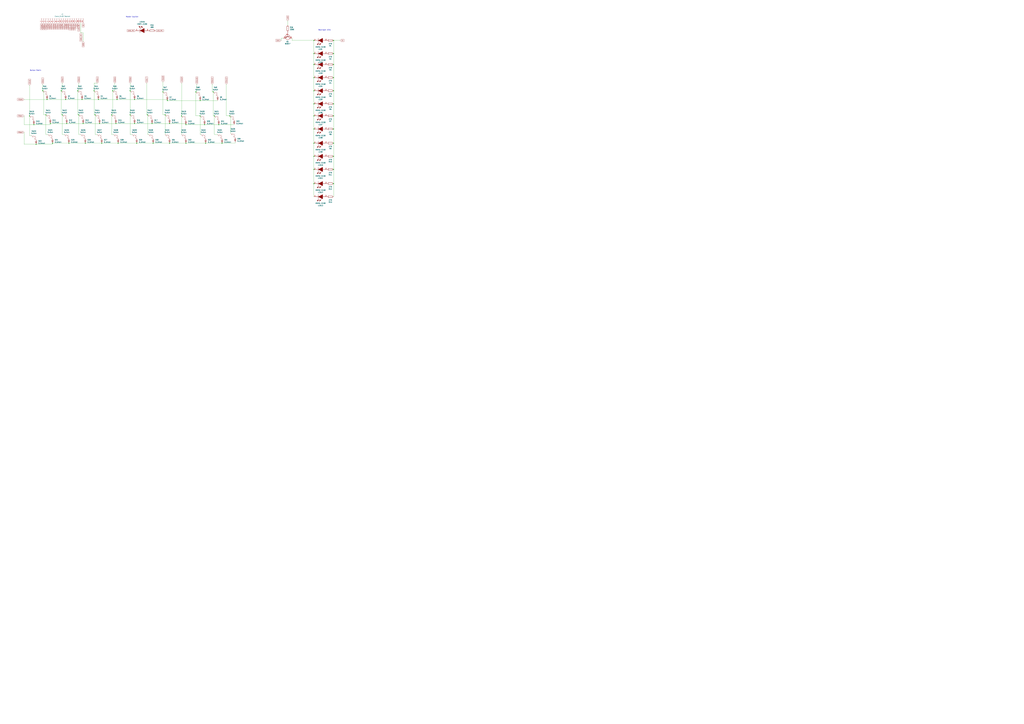
<source format=kicad_sch>
(kicad_sch (version 20231120) (generator "eeschema") (generator_version "8.0")
  (paper "A0")
  (junction (at 364.49 149.86))
  (junction (at 49.53 105.41))
  (junction (at 387.35 46.99))
  (junction (at 387.35 181.61))
  (junction (at 387.35 105.41))
  (junction (at 387.35 134.62))
  (junction (at 177.8 166.37))
  (junction (at 232.41 116.84))
  (junction (at 34.29 134.62))
  (junction (at 210.82 134.62))
  (junction (at 95.25 115.57))
  (junction (at 72.39 133.35))
  (junction (at 248.92 134.62))
  (junction (at 137.16 166.37))
  (junction (at 257.81 166.37))
  (junction (at 96.52 143.51))
  (junction (at 232.41 134.62))
  (junction (at 364.49 46.99))
  (junction (at 387.35 62.23))
  (junction (at 60.96 166.37))
  (junction (at 58.42 143.51))
  (junction (at 387.35 149.86))
  (junction (at 364.49 120.65))
  (junction (at 364.49 134.62))
  (junction (at 364.49 196.85))
  (junction (at 215.9 166.37))
  (junction (at 39.37 144.78))
  (junction (at 387.35 166.37))
  (junction (at 90.17 105.41))
  (junction (at 194.31 116.84))
  (junction (at 266.7 134.62))
  (junction (at 364.49 62.23))
  (junction (at 80.01 166.37))
  (junction (at 156.21 115.57))
  (junction (at 134.62 143.51))
  (junction (at 41.91 167.64))
  (junction (at 387.35 213.36))
  (junction (at 215.9 144.78))
  (junction (at 254 144.78))
  (junction (at 387.35 90.17))
  (junction (at 191.77 133.35))
  (junction (at 237.49 144.78))
  (junction (at 118.11 166.37))
  (junction (at 110.49 133.35))
  (junction (at 238.76 166.37))
  (junction (at 387.35 120.65))
  (junction (at 189.23 106.68))
  (junction (at 364.49 181.61))
  (junction (at 247.65 106.68))
  (junction (at 364.49 74.93))
  (junction (at 176.53 143.51))
  (junction (at 77.47 143.51))
  (junction (at 364.49 105.41))
  (junction (at 109.22 105.41))
  (junction (at 387.35 196.85))
  (junction (at 115.57 143.51))
  (junction (at 130.81 105.41))
  (junction (at 129.54 133.35))
  (junction (at 364.49 213.36))
  (junction (at 91.44 133.35))
  (junction (at 196.85 143.51))
  (junction (at 54.61 115.57))
  (junction (at 135.89 115.57))
  (junction (at 364.49 166.37))
  (junction (at 151.13 133.35))
  (junction (at 156.21 143.51))
  (junction (at 99.06 166.37))
  (junction (at 364.49 90.17))
  (junction (at 151.13 105.41))
  (junction (at 158.75 166.37))
  (junction (at 71.12 105.41))
  (junction (at 76.2 115.57))
  (junction (at 171.45 133.35))
  (junction (at 227.33 106.68))
  (junction (at 114.3 115.57))
  (junction (at 53.34 133.35))
  (junction (at 196.85 166.37))
  (junction (at 387.35 74.93))
  (wire (pts (xy 77.47 143.51) (xy 96.52 143.51)))
  (wire (pts (xy 387.35 149.86) (xy 387.35 166.37)))
  (wire (pts (xy 232.41 156.21) (xy 233.68 156.21)))
  (wire (pts (xy 196.85 166.37) (xy 215.9 166.37)))
  (wire (pts (xy 227.33 106.68) (xy 227.33 134.62)))
  (wire (pts (xy 58.42 143.51) (xy 77.47 143.51)))
  (wire (pts (xy 72.39 156.21) (xy 74.93 156.21)))
  (wire (pts (xy 135.89 115.57) (xy 156.21 115.57)))
  (wire (pts (xy 96.52 143.51) (xy 115.57 143.51)))
  (wire (pts (xy 114.3 115.57) (xy 135.89 115.57)))
  (wire (pts (xy 170.18 96.52) (xy 170.18 133.35)))
  (wire (pts (xy 215.9 144.78) (xy 237.49 144.78)))
  (wire (pts (xy 262.89 97.79) (xy 262.89 134.62)))
  (wire (pts (xy 109.22 96.52) (xy 109.22 105.41)))
  (wire (pts (xy 129.54 133.35) (xy 129.54 156.21)))
  (wire (pts (xy 27.94 115.57) (xy 54.61 115.57)))
  (wire (pts (xy 99.06 166.37) (xy 118.11 166.37)))
  (wire (pts (xy 133.35 96.52) (xy 133.35 105.41)))
  (wire (pts (xy 387.35 90.17) (xy 387.35 105.41)))
  (wire (pts (xy 39.37 144.78) (xy 58.42 144.78)))
  (wire (pts (xy 170.18 133.35) (xy 171.45 133.35)))
  (wire (pts (xy 254 144.78) (xy 271.78 144.78)))
  (wire (pts (xy 387.35 196.85) (xy 387.35 213.36)))
  (wire (pts (xy 90.17 133.35) (xy 91.44 133.35)))
  (wire (pts (xy 133.35 105.41) (xy 130.81 105.41)))
  (wire (pts (xy 91.44 105.41) (xy 90.17 105.41)))
  (wire (pts (xy 27.94 153.67) (xy 27.94 167.64)))
  (wire (pts (xy 267.97 154.94) (xy 267.97 134.62)))
  (wire (pts (xy 113.03 96.52) (xy 109.22 96.52)))
  (wire (pts (xy 171.45 156.21) (xy 172.72 156.21)))
  (wire (pts (xy 177.8 166.37) (xy 196.85 166.37)))
  (wire (pts (xy 95.25 115.57) (xy 114.3 115.57)))
  (wire (pts (xy 196.85 143.51) (xy 215.9 143.51)))
  (wire (pts (xy 60.96 167.64) (xy 60.96 166.37)))
  (wire (pts (xy 339.09 46.99) (xy 364.49 46.99)))
  (wire (pts (xy 364.49 90.17) (xy 364.49 105.41)))
  (wire (pts (xy 210.82 96.52) (xy 210.82 134.62)))
  (wire (pts (xy 110.49 156.21) (xy 113.03 156.21)))
  (wire (pts (xy 248.92 156.21) (xy 252.73 156.21)))
  (wire (pts (xy 34.29 134.62) (xy 34.29 157.48)))
  (wire (pts (xy 71.12 105.41) (xy 71.12 133.35)))
  (wire (pts (xy 151.13 156.21) (xy 153.67 156.21)))
  (wire (pts (xy 364.49 105.41) (xy 364.49 120.65)))
  (wire (pts (xy 326.39 46.99) (xy 326.39 44.45)))
  (wire (pts (xy 50.8 105.41) (xy 50.8 133.35)))
  (wire (pts (xy 364.49 74.93) (xy 365.76 74.93)))
  (wire (pts (xy 364.49 213.36) (xy 364.49 228.6)))
  (wire (pts (xy 110.49 133.35) (xy 110.49 156.21)))
  (wire (pts (xy 96.52 48.26) (xy 96.52 38.1)))
  (wire (pts (xy 228.6 106.68) (xy 227.33 106.68)))
  (wire (pts (xy 364.49 120.65) (xy 364.49 134.62)))
  (wire (pts (xy 232.41 134.62) (xy 232.41 156.21)))
  (wire (pts (xy 364.49 166.37) (xy 364.49 181.61)))
  (wire (pts (xy 246.38 106.68) (xy 247.65 106.68)))
  (wire (pts (xy 364.49 46.99) (xy 364.49 62.23)))
  (wire (pts (xy 387.35 213.36) (xy 387.35 228.6)))
  (wire (pts (xy 364.49 62.23) (xy 364.49 74.93)))
  (wire (pts (xy 237.49 144.78) (xy 254 144.78)))
  (wire (pts (xy 387.35 74.93) (xy 387.35 90.17)))
  (wire (pts (xy 76.2 115.57) (xy 95.25 115.57)))
  (wire (pts (xy 60.96 166.37) (xy 80.01 166.37)))
  (wire (pts (xy 34.29 99.06) (xy 34.29 134.62)))
  (wire (pts (xy 53.34 156.21) (xy 55.88 156.21)))
  (wire (pts (xy 27.94 134.62) (xy 27.94 144.78)))
  (wire (pts (xy 134.62 143.51) (xy 156.21 143.51)))
  (wire (pts (xy 96.52 38.1) (xy 93.98 38.1)))
  (wire (pts (xy 246.38 97.79) (xy 246.38 106.68)))
  (wire (pts (xy 91.44 156.21) (xy 93.98 156.21)))
  (wire (pts (xy 137.16 166.37) (xy 158.75 166.37)))
  (wire (pts (xy 215.9 143.51) (xy 215.9 144.78)))
  (wire (pts (xy 334.01 24.13) (xy 334.01 29.21)))
  (wire (pts (xy 50.8 133.35) (xy 53.34 133.35)))
  (wire (pts (xy 387.35 120.65) (xy 387.35 134.62)))
  (wire (pts (xy 176.53 143.51) (xy 196.85 143.51)))
  (wire (pts (xy 189.23 95.25) (xy 189.23 106.68)))
  (wire (pts (xy 266.7 134.62) (xy 267.97 134.62)))
  (wire (pts (xy 130.81 133.35) (xy 129.54 133.35)))
  (wire (pts (xy 387.35 181.61) (xy 387.35 196.85)))
  (wire (pts (xy 273.05 165.1) (xy 273.05 166.37)))
  (wire (pts (xy 227.33 134.62) (xy 232.41 134.62)))
  (wire (pts (xy 247.65 134.62) (xy 248.92 134.62)))
  (wire (pts (xy 72.39 105.41) (xy 71.12 105.41)))
  (wire (pts (xy 27.94 167.64) (xy 41.91 167.64)))
  (wire (pts (xy 364.49 134.62) (xy 364.49 149.86)))
  (wire (pts (xy 158.75 166.37) (xy 177.8 166.37)))
  (wire (pts (xy 118.11 166.37) (xy 137.16 166.37)))
  (wire (pts (xy 364.49 181.61) (xy 364.49 196.85)))
  (wire (pts (xy 387.35 134.62) (xy 387.35 149.86)))
  (wire (pts (xy 273.05 166.37) (xy 257.81 166.37)))
  (wire (pts (xy 91.44 133.35) (xy 91.44 156.21)))
  (wire (pts (xy 189.23 106.68) (xy 189.23 133.35)))
  (wire (pts (xy 27.94 144.78) (xy 39.37 144.78)))
  (wire (pts (xy 257.81 165.1) (xy 257.81 166.37)))
  (wire (pts (xy 41.91 167.64) (xy 60.96 167.64)))
  (wire (pts (xy 191.77 133.35) (xy 191.77 156.21)))
  (wire (pts (xy 54.61 115.57) (xy 76.2 115.57)))
  (wire (pts (xy 71.12 133.35) (xy 72.39 133.35)))
  (wire (pts (xy 156.21 115.57) (xy 194.31 115.57)))
  (wire (pts (xy 364.49 196.85) (xy 364.49 213.36)))
  (wire (pts (xy 58.42 144.78) (xy 58.42 143.51)))
  (wire (pts (xy 91.44 96.52) (xy 91.44 105.41)))
  (wire (pts (xy 53.34 133.35) (xy 53.34 156.21)))
  (wire (pts (xy 72.39 133.35) (xy 72.39 156.21)))
  (wire (pts (xy 156.21 143.51) (xy 176.53 143.51)))
  (wire (pts (xy 364.49 74.93) (xy 364.49 90.17)))
  (wire (pts (xy 194.31 115.57) (xy 194.31 116.84)))
  (wire (pts (xy 364.49 149.86) (xy 364.49 166.37)))
  (wire (pts (xy 34.29 157.48) (xy 36.83 157.48)))
  (wire (pts (xy 339.09 46.99) (xy 339.09 44.45)))
  (wire (pts (xy 387.35 46.99) (xy 387.35 62.23)))
  (wire (pts (xy 129.54 156.21) (xy 132.08 156.21)))
  (wire (pts (xy 210.82 134.62) (xy 210.82 156.21)))
  (wire (pts (xy 262.89 134.62) (xy 266.7 134.62)))
  (wire (pts (xy 151.13 96.52) (xy 151.13 105.41)))
  (wire (pts (xy 387.35 62.23) (xy 387.35 74.93)))
  (wire (pts (xy 49.53 97.79) (xy 49.53 105.41)))
  (wire (pts (xy 109.22 133.35) (xy 110.49 133.35)))
  (wire (pts (xy 109.22 105.41) (xy 109.22 133.35)))
  (wire (pts (xy 387.35 166.37) (xy 387.35 181.61)))
  (wire (pts (xy 93.98 26.67) (xy 93.98 38.1)))
  (wire (pts (xy 248.92 134.62) (xy 248.92 156.21)))
  (wire (pts (xy 326.39 44.45) (xy 328.93 44.45)))
  (wire (pts (xy 151.13 105.41) (xy 151.13 133.35)))
  (wire (pts (xy 215.9 166.37) (xy 238.76 166.37)))
  (wire (pts (xy 247.65 106.68) (xy 247.65 134.62)))
  (wire (pts (xy 232.41 116.84) (xy 252.73 116.84)))
  (wire (pts (xy 80.01 166.37) (xy 99.06 166.37)))
  (wire (pts (xy 189.23 133.35) (xy 191.77 133.35)))
  (wire (pts (xy 130.81 105.41) (xy 130.81 133.35)))
  (wire (pts (xy 228.6 97.79) (xy 228.6 106.68)))
  (wire (pts (xy 90.17 105.41) (xy 90.17 133.35)))
  (wire (pts (xy 171.45 133.35) (xy 171.45 156.21)))
  (wire (pts (xy 194.31 116.84) (xy 232.41 116.84)))
  (wire (pts (xy 238.76 166.37) (xy 257.81 166.37)))
  (wire (pts (xy 387.35 46.99) (xy 394.97 46.99)))
  (wire (pts (xy 151.13 133.35) (xy 151.13 156.21)))
  (wire (pts (xy 50.8 105.41) (xy 49.53 105.41)))
  (wire (pts (xy 115.57 143.51) (xy 134.62 143.51)))
  (wire (pts (xy 72.39 96.52) (xy 72.39 105.41)))
  (wire (pts (xy 387.35 105.41) (xy 387.35 120.65)))
  (text "Button Matrix" (at 34.798 82.55 0) (effects (font (size 1.27 1.27)) (justify left bottom)))
  (text "Backlight LEDs" (at 369.57 35.56 0) (effects (font (size 1.27 1.27)) (justify left bottom)))
  (text "Master Caution" (at 146.05 20.32 0) (effects (font (size 1.27 1.27)) (justify left bottom)))
  (global_label "COL3" (shape input) (at 91.44 96.52 90) (property "Intersheetrefs" "${INTERSHEET_REFS}" (effects (hide yes))))
  (global_label "COL0" (shape input) (at 55.88 26.67 270) (property "Intersheetrefs" "${INTERSHEET_REFS}" (effects (hide yes))))
  (global_label "COL12" (shape input) (at 262.89 97.79 90) (property "Intersheetrefs" "${INTERSHEET_REFS}" (effects (hide yes))))
  (global_label "GND_MC" (shape input) (at 157.48 35.56 180) (property "Intersheetrefs" "${INTERSHEET_REFS}" (effects (hide yes))))
  (global_label "ROW2" (shape input) (at 27.94 153.67 180) (property "Intersheetrefs" "${INTERSHEET_REFS}" (effects (hide yes))))
  (global_label "COL12" (shape input) (at 86.36 26.67 270) (property "Intersheetrefs" "${INTERSHEET_REFS}" (effects (hide yes))))
  (global_label "ROW0" (shape input) (at 27.94 115.57 180) (property "Intersheetrefs" "${INTERSHEET_REFS}" (effects (hide yes))))
  (global_label "COL6" (shape input) (at 151.13 96.52 90) (property "Intersheetrefs" "${INTERSHEET_REFS}" (effects (hide yes))))
  (global_label "5V" (shape input) (at 96.52 26.67 270) (property "Intersheetrefs" "${INTERSHEET_REFS}" (effects (hide yes))))
  (global_label "GND" (shape input) (at 326.39 46.99 180) (property "Intersheetrefs" "${INTERSHEET_REFS}" (effects (hide yes))))
  (global_label "LED_MC" (shape input) (at 180.34 35.56 0) (property "Intersheetrefs" "${INTERSHEET_REFS}" (effects (hide yes))))
  (global_label "COL1" (shape input) (at 49.53 97.79 90) (property "Intersheetrefs" "${INTERSHEET_REFS}" (effects (hide yes))))
  (global_label "LED_MC" (shape input) (at 91.44 26.67 270) (property "Intersheetrefs" "${INTERSHEET_REFS}" (effects (hide yes))))
  (global_label "COL5" (shape input) (at 133.35 96.52 90) (property "Intersheetrefs" "${INTERSHEET_REFS}" (effects (hide yes))))
  (global_label "COL8" (shape input) (at 76.2 26.67 270) (property "Intersheetrefs" "${INTERSHEET_REFS}" (effects (hide yes))))
  (global_label "COL11" (shape input) (at 246.38 97.79 90) (property "Intersheetrefs" "${INTERSHEET_REFS}" (effects (hide yes))))
  (global_label "COL10" (shape input) (at 81.28 26.67 270) (property "Intersheetrefs" "${INTERSHEET_REFS}" (effects (hide yes))))
  (global_label "COL9" (shape input) (at 78.74 26.67 270) (property "Intersheetrefs" "${INTERSHEET_REFS}" (effects (hide yes))))
  (global_label "COL8" (shape input) (at 189.23 95.25 90) (property "Intersheetrefs" "${INTERSHEET_REFS}" (effects (hide yes))))
  (global_label "ROW1" (shape input) (at 27.94 134.62 180) (property "Intersheetrefs" "${INTERSHEET_REFS}" (effects (hide yes))))
  (global_label "COL7" (shape input) (at 73.66 26.67 270) (property "Intersheetrefs" "${INTERSHEET_REFS}" (effects (hide yes))))
  (global_label "COL0" (shape input) (at 34.29 99.06 90) (property "Intersheetrefs" "${INTERSHEET_REFS}" (effects (hide yes))))
  (global_label "GND" (shape input) (at 96.52 48.26 270) (property "Intersheetrefs" "${INTERSHEET_REFS}" (effects (hide yes))))
  (global_label "COL5" (shape input) (at 68.58 26.67 270) (property "Intersheetrefs" "${INTERSHEET_REFS}" (effects (hide yes))))
  (global_label "COL7" (shape input) (at 170.18 96.52 90) (property "Intersheetrefs" "${INTERSHEET_REFS}" (effects (hide yes))))
  (global_label "COL1" (shape input) (at 58.42 26.67 270) (property "Intersheetrefs" "${INTERSHEET_REFS}" (effects (hide yes))))
  (global_label "COL3" (shape input) (at 63.5 26.67 270) (property "Intersheetrefs" "${INTERSHEET_REFS}" (effects (hide yes))))
  (global_label "GND_MC" (shape input) (at 93.98 38.1 270) (property "Intersheetrefs" "${INTERSHEET_REFS}" (effects (hide yes))))
  (global_label "ROW1" (shape input) (at 50.8 26.67 270) (property "Intersheetrefs" "${INTERSHEET_REFS}" (effects (hide yes))))
  (global_label "COL11" (shape input) (at 83.82 26.67 270) (property "Intersheetrefs" "${INTERSHEET_REFS}" (effects (hide yes))))
  (global_label "COL10" (shape input) (at 228.6 97.79 90) (property "Intersheetrefs" "${INTERSHEET_REFS}" (effects (hide yes))))
  (global_label "COL6" (shape input) (at 71.12 26.67 270) (property "Intersheetrefs" "${INTERSHEET_REFS}" (effects (hide yes))))
  (global_label "ROW0" (shape input) (at 48.26 26.67 270) (property "Intersheetrefs" "${INTERSHEET_REFS}" (effects (hide yes))))
  (global_label "COL2" (shape input) (at 72.39 96.52 90) (property "Intersheetrefs" "${INTERSHEET_REFS}" (effects (hide yes))))
  (global_label "LED" (shape input) (at 334.01 24.13 90) (property "Intersheetrefs" "${INTERSHEET_REFS}" (effects (hide yes))))
  (global_label "LED" (shape input) (at 88.9 26.67 270) (property "Intersheetrefs" "${INTERSHEET_REFS}" (effects (hide yes))))
  (global_label "ROW2" (shape input) (at 53.34 26.67 270) (property "Intersheetrefs" "${INTERSHEET_REFS}" (effects (hide yes))))
  (global_label "5V" (shape input) (at 394.97 46.99 0) (property "Intersheetrefs" "${INTERSHEET_REFS}" (effects (hide yes))))
  (global_label "COL4" (shape input) (at 113.03 96.52 90) (property "Intersheetrefs" "${INTERSHEET_REFS}" (effects (hide yes))))
  (global_label "COL9" (shape input) (at 210.82 96.52 90) (property "Intersheetrefs" "${INTERSHEET_REFS}" (effects (hide yes))))
  (global_label "COL2" (shape input) (at 60.96 26.67 270) (property "Intersheetrefs" "${INTERSHEET_REFS}" (effects (hide yes))))
  (global_label "COL4" (shape input) (at 66.04 26.67 270) (property "Intersheetrefs" "${INTERSHEET_REFS}" (effects (hide yes))))
  (symbol (lib_id "Device:D_Small") (at 54.61 113.03 90) (unit 1)
    (property "Reference" "D1" (at 57.15 111.76 90) (effects (justify right)))
    (property "Value" "D_Small" (at 57.15 114.3 90) (effects (justify right)))
    (property "Footprint" "Diode_SMD:D_SOD-123" (effects (hide yes)))
    (property "Sim.Device" "D" (effects (hide yes)))
    (property "Sim.Pins" "1=K 2=A" (effects (hide yes)))
  )
  (symbol (lib_id "Device:R") (at 383.54 90.17 90) (mirror x) (unit 1)
    (property "Reference" "R4" (at 383.54 96.52 90))
    (property "Value" "270" (at 383.54 93.98 90))
    (property "Footprint" "Resistor_SMD:R_1206_3216Metric" (effects (hide yes)))
  )
  (symbol (lib_id "Switch:SW_Push_45deg") (at 133.35 107.95 0) (unit 1)
    (property "Reference" "SW5" (at 133.35 100.33 0))
    (property "Value" "Switch" (at 133.35 102.87 0))
    (property "Footprint" "Custom_Footprint_Switches:SW_PUSH_6mm_H4.3mm_INT_CONNECTED" (effects (hide yes)))
  )
  (symbol (lib_id "Device:D_Small") (at 196.85 140.97 90) (unit 1)
    (property "Reference" "D18" (at 199.39 139.7 90) (effects (justify right)))
    (property "Value" "D_Small" (at 199.39 142.24 90) (effects (justify right)))
    (property "Footprint" "Diode_SMD:D_SOD-123" (effects (hide yes)))
    (property "Sim.Device" "D" (effects (hide yes)))
    (property "Sim.Pins" "1=K 2=A" (effects (hide yes)))
  )
  (symbol (lib_id "Device:D_Small") (at 96.52 140.97 90) (unit 1)
    (property "Reference" "D13" (at 99.06 139.7 90) (effects (justify right)))
    (property "Value" "D_Small" (at 99.06 142.24 90) (effects (justify right)))
    (property "Footprint" "Diode_SMD:D_SOD-123" (effects (hide yes)))
    (property "Sim.Device" "D" (effects (hide yes)))
    (property "Sim.Pins" "1=K 2=A" (effects (hide yes)))
  )
  (symbol (lib_id "Connector:Conn_01x20_Socket") (at 71.12 21.59 90) (unit 1)
    (property "Reference" "J1" (at 72.39 16.51 90))
    (property "Value" "Conn_2x10 Socket" (at 72.39 19.05 90))
    (property "Footprint" "Connector_PinHeader_2.54mm:PinHeader_1x20_P2.54mm_Vertical" (effects (hide yes)))
  )
  (symbol (lib_id "Device:R") (at 383.54 181.61 90) (mirror x) (unit 1)
    (property "Reference" "R10" (at 383.54 187.96 90))
    (property "Value" "270" (at 383.54 185.42 90))
    (property "Footprint" "Resistor_SMD:R_1206_3216Metric" (effects (hide yes)))
  )
  (symbol (lib_id "MOUSER:HSMG-C150") (at 364.49 166.37 0) (mirror x) (unit 1)
    (property "Reference" "LED9" (at 372.11 176.53 0))
    (property "Value" "HSMG-C150" (at 372.11 173.99 0))
    (property "Footprint" "LED_SMD:LED_1206_3216Metric_Pad1.42x1.75mm_HandSolder" (effects (hide yes)))
    (property "Datasheet" "https://docs.broadcom.com/docs/AV02-0551EN" (effects (hide yes)))
    (property "Height" "1.2" (effects (hide yes)))
    (property "Mouser Part Number" "630-HSMG-C150" (effects (hide yes)))
    (property "Mouser Price/Stock" "https://www.mouser.co.uk/ProductDetail/Broadcom-Avago/HSMG-C150?qs=YDL0qNrpDT6zJe9nNPPiZQ%3D%3D" (effects (hide yes)))
    (property "Manufacturer_Name" "Avago Technologies" (effects (hide yes)))
    (property "Manufacturer_Part_Number" "HSMG-C150" (effects (hide yes)))
  )
  (symbol (lib_id "Switch:SW_Push_45deg") (at 194.31 158.75 0) (unit 1)
    (property "Reference" "SW31" (at 194.31 151.13 0))
    (property "Value" "Switch" (at 194.31 153.67 0))
    (property "Footprint" "Custom_Footprint_Switches:SW_PUSH_6mm_H4.3mm_INT_CONNECTED" (effects (hide yes)))
  )
  (symbol (lib_id "Device:R") (at 383.54 228.6 90) (mirror x) (unit 1)
    (property "Reference" "R13" (at 383.54 234.95 90))
    (property "Value" "270" (at 383.54 232.41 90))
    (property "Footprint" "Resistor_SMD:R_1206_3216Metric" (effects (hide yes)))
  )
  (symbol (lib_id "Switch:SW_Push_45deg") (at 77.47 158.75 0) (unit 1)
    (property "Reference" "SW25" (at 77.47 151.13 0))
    (property "Value" "Switch" (at 77.47 153.67 0))
    (property "Footprint" "Custom_Footprint_Switches:SW_PUSH_6mm_H4.3mm_INT_CONNECTED" (effects (hide yes)))
  )
  (symbol (lib_id "Device:D_Small") (at 257.81 163.83 90) (unit 1)
    (property "Reference" "D34" (at 260.35 162.56 90) (effects (justify right)))
    (property "Value" "D_Small" (at 260.35 165.1 90) (effects (justify right)))
    (property "Footprint" "Diode_SMD:D_SOD-123" (effects (hide yes)))
    (property "Sim.Device" "D" (effects (hide yes)))
    (property "Sim.Pins" "1=K 2=A" (effects (hide yes)))
  )
  (symbol (lib_id "MOUSER:HSMG-C150") (at 364.49 181.61 0) (mirror x) (unit 1)
    (property "Reference" "LED10" (at 372.11 191.77 0))
    (property "Value" "HSMG-C150" (at 372.11 189.23 0))
    (property "Footprint" "LED_SMD:LED_1206_3216Metric_Pad1.42x1.75mm_HandSolder" (effects (hide yes)))
    (property "Datasheet" "https://docs.broadcom.com/docs/AV02-0551EN" (effects (hide yes)))
    (property "Height" "1.2" (effects (hide yes)))
    (property "Mouser Part Number" "630-HSMG-C150" (effects (hide yes)))
    (property "Mouser Price/Stock" "https://www.mouser.co.uk/ProductDetail/Broadcom-Avago/HSMG-C150?qs=YDL0qNrpDT6zJe9nNPPiZQ%3D%3D" (effects (hide yes)))
    (property "Manufacturer_Name" "Avago Technologies" (effects (hide yes)))
    (property "Manufacturer_Part_Number" "HSMG-C150" (effects (hide yes)))
  )
  (symbol (lib_id "MOUSER:HSMG-C150") (at 364.49 120.65 0) (mirror x) (unit 1)
    (property "Reference" "LED6" (at 372.11 130.81 0))
    (property "Value" "HSMG-C150" (at 372.11 128.27 0))
    (property "Footprint" "LED_SMD:LED_1206_3216Metric_Pad1.42x1.75mm_HandSolder" (effects (hide yes)))
    (property "Datasheet" "https://docs.broadcom.com/docs/AV02-0551EN" (effects (hide yes)))
    (property "Height" "1.2" (effects (hide yes)))
    (property "Mouser Part Number" "630-HSMG-C150" (effects (hide yes)))
    (property "Mouser Price/Stock" "https://www.mouser.co.uk/ProductDetail/Broadcom-Avago/HSMG-C150?qs=YDL0qNrpDT6zJe9nNPPiZQ%3D%3D" (effects (hide yes)))
    (property "Manufacturer_Name" "Avago Technologies" (effects (hide yes)))
    (property "Manufacturer_Part_Number" "HSMG-C150" (effects (hide yes)))
  )
  (symbol (lib_id "Switch:SW_Push_45deg") (at 134.62 158.75 0) (unit 1)
    (property "Reference" "SW28" (at 134.62 151.13 0))
    (property "Value" "Switch" (at 134.62 153.67 0))
    (property "Footprint" "Custom_Footprint_Switches:SW_PUSH_6mm_H4.3mm_INT_CONNECTED" (effects (hide yes)))
  )
  (symbol (lib_id "Switch:SW_Push_45deg") (at 270.51 157.48 0) (unit 1)
    (property "Reference" "SW35" (at 270.51 149.86 0))
    (property "Value" "Switch" (at 270.51 152.4 0))
    (property "Footprint" "Custom_Footprint_Switches:SW_PUSH_6mm_H4.3mm_INT_CONNECTED" (effects (hide yes)))
  )
  (symbol (lib_id "Device:D_Small") (at 118.11 163.83 90) (unit 1)
    (property "Reference" "D27" (at 120.65 162.56 90) (effects (justify right)))
    (property "Value" "D_Small" (at 120.65 165.1 90) (effects (justify right)))
    (property "Footprint" "Diode_SMD:D_SOD-123" (effects (hide yes)))
    (property "Sim.Device" "D" (effects (hide yes)))
    (property "Sim.Pins" "1=K 2=A" (effects (hide yes)))
  )
  (symbol (lib_id "Device:R") (at 176.53 35.56 90) (unit 1)
    (property "Reference" "R15" (at 176.53 29.21 90))
    (property "Value" "300" (at 176.53 31.75 90))
    (property "Footprint" "Resistor_SMD:R_1206_3216Metric" (effects (hide yes)))
  )
  (symbol (lib_id "Switch:SW_Push_45deg") (at 255.27 158.75 0) (unit 1)
    (property "Reference" "SW34" (at 255.27 151.13 0))
    (property "Value" "Switch" (at 255.27 153.67 0))
    (property "Footprint" "Custom_Footprint_Switches:SW_PUSH_6mm_H4.3mm_INT_CONNECTED" (effects (hide yes)))
  )
  (symbol (lib_id "MOUSER:HSMG-C150") (at 364.49 46.99 0) (mirror x) (unit 1)
    (property "Reference" "LED1" (at 372.11 57.15 0))
    (property "Value" "HSMG-C150" (at 372.11 54.61 0))
    (property "Footprint" "LED_SMD:LED_1206_3216Metric_Pad1.42x1.75mm_HandSolder" (effects (hide yes)))
    (property "Datasheet" "https://docs.broadcom.com/docs/AV02-0551EN" (effects (hide yes)))
    (property "Height" "1.2" (effects (hide yes)))
    (property "Mouser Part Number" "630-HSMG-C150" (effects (hide yes)))
    (property "Mouser Price/Stock" "https://www.mouser.co.uk/ProductDetail/Broadcom-Avago/HSMG-C150?qs=YDL0qNrpDT6zJe9nNPPiZQ%3D%3D" (effects (hide yes)))
    (property "Manufacturer_Name" "Avago Technologies" (effects (hide yes)))
    (property "Manufacturer_Part_Number" "HSMG-C150" (effects (hide yes)))
  )
  (symbol (lib_id "MOUSER:HSMY-C150") (at 157.48 35.56 0) (unit 1)
    (property "Reference" "LED15" (at 165.1 25.4 0))
    (property "Value" "HSMY-C150" (at 165.1 27.94 0))
    (property "Footprint" "LED_SMD:LED_1206_3216Metric_Pad1.42x1.75mm_HandSolder" (effects (hide yes)))
    (property "Datasheet" "https://docs.broadcom.com/docs/AV02-0551EN" (effects (hide yes)))
    (property "Height" "1.2" (effects (hide yes)))
    (property "Mouser Part Number" "630-HSMY-C150" (effects (hide yes)))
    (property "Mouser Price/Stock" "https://www.mouser.co.uk/ProductDetail/Broadcom-Avago/HSMY-C150?qs=YDL0qNrpDT7cmrKmdVqnTg%3D%3D" (effects (hide yes)))
    (property "Manufacturer_Name" "Avago Technologies" (effects (hide yes)))
    (property "Manufacturer_Part_Number" "HSMY-C150" (effects (hide yes)))
    (property "LSCS" "C188734" (effects (hide yes)))
    (property "LCSC Part #" "C188734" (effects (hide yes)))
  )
  (symbol (lib_id "Switch:SW_Push_45deg") (at 269.24 137.16 0) (unit 1)
    (property "Reference" "SW22" (at 269.24 129.54 0))
    (property "Value" "Switch" (at 269.24 132.08 0))
    (property "Footprint" "Custom_Footprint_Switches:SW_PUSH_6mm_H4.3mm_INT_CONNECTED" (effects (hide yes)))
  )
  (symbol (lib_id "Switch:SW_Push_45deg") (at 73.66 107.95 0) (unit 1)
    (property "Reference" "SW2" (at 73.66 100.33 0))
    (property "Value" "Switch" (at 73.66 102.87 0))
    (property "Footprint" "Custom_Footprint_Switches:SW_PUSH_6mm_H4.3mm_INT_CONNECTED" (effects (hide yes)))
  )
  (symbol (lib_id "Device:D_Small") (at 237.49 142.24 90) (unit 1)
    (property "Reference" "D20" (at 240.03 140.97 90) (effects (justify right)))
    (property "Value" "D_Small" (at 240.03 143.51 90) (effects (justify right)))
    (property "Footprint" "Diode_SMD:D_SOD-123" (effects (hide yes)))
    (property "Sim.Device" "D" (effects (hide yes)))
    (property "Sim.Pins" "1=K 2=A" (effects (hide yes)))
  )
  (symbol (lib_id "Device:D_Small") (at 252.73 114.3 90) (unit 1)
    (property "Reference" "D9" (at 255.27 113.03 90) (effects (justify right)))
    (property "Value" "D_Small" (at 255.27 115.57 90) (effects (justify right)))
    (property "Footprint" "Diode_SMD:D_SOD-123" (effects (hide yes)))
    (property "Sim.Device" "D" (effects (hide yes)))
    (property "Sim.Pins" "1=K 2=A" (effects (hide yes)))
  )
  (symbol (lib_id "Device:R") (at 383.54 105.41 90) (mirror x) (unit 1)
    (property "Reference" "R5" (at 383.54 111.76 90))
    (property "Value" "270" (at 383.54 109.22 90))
    (property "Footprint" "Resistor_SMD:R_1206_3216Metric" (effects (hide yes)))
  )
  (symbol (lib_id "Switch:SW_Push_45deg") (at 236.22 158.75 0) (unit 1)
    (property "Reference" "SW33" (at 236.22 151.13 0))
    (property "Value" "Switch" (at 236.22 153.67 0))
    (property "Footprint" "Custom_Footprint_Switches:SW_PUSH_6mm_H4.3mm_INT_CONNECTED" (effects (hide yes)))
  )
  (symbol (lib_id "MOUSER:HSMG-C150") (at 364.49 62.23 0) (mirror x) (unit 1)
    (property "Reference" "LED2" (at 372.11 72.39 0))
    (property "Value" "HSMG-C150" (at 372.11 69.85 0))
    (property "Footprint" "LED_SMD:LED_1206_3216Metric_Pad1.42x1.75mm_HandSolder" (effects (hide yes)))
    (property "Datasheet" "https://docs.broadcom.com/docs/AV02-0551EN" (effects (hide yes)))
    (property "Height" "1.2" (effects (hide yes)))
    (property "Mouser Part Number" "630-HSMG-C150" (effects (hide yes)))
    (property "Mouser Price/Stock" "https://www.mouser.co.uk/ProductDetail/Broadcom-Avago/HSMG-C150?qs=YDL0qNrpDT6zJe9nNPPiZQ%3D%3D" (effects (hide yes)))
    (property "Manufacturer_Name" "Avago Technologies" (effects (hide yes)))
    (property "Manufacturer_Part_Number" "HSMG-C150" (effects (hide yes)))
  )
  (symbol (lib_id "Switch:SW_Push_45deg") (at 55.88 135.89 0) (unit 1)
    (property "Reference" "SW11" (at 55.88 128.27 0))
    (property "Value" "Switch" (at 55.88 130.81 0))
    (property "Footprint" "Custom_Footprint_Switches:SW_PUSH_6mm_H4.3mm_INT_CONNECTED" (effects (hide yes)))
  )
  (symbol (lib_id "Switch:SW_Push_45deg") (at 213.36 158.75 0) (unit 1)
    (property "Reference" "SW32" (at 213.36 151.13 0))
    (property "Value" "Switch" (at 213.36 153.67 0))
    (property "Footprint" "Custom_Footprint_Switches:SW_PUSH_6mm_H4.3mm_INT_CONNECTED" (effects (hide yes)))
  )
  (symbol (lib_id "Device:D_Small") (at 137.16 163.83 90) (unit 1)
    (property "Reference" "D28" (at 139.7 162.56 90) (effects (justify right)))
    (property "Value" "D_Small" (at 139.7 165.1 90) (effects (justify right)))
    (property "Footprint" "Diode_SMD:D_SOD-123" (effects (hide yes)))
    (property "Sim.Device" "D" (effects (hide yes)))
    (property "Sim.Pins" "1=K 2=A" (effects (hide yes)))
  )
  (symbol (lib_id "Device:D_Small") (at 232.41 114.3 90) (unit 1)
    (property "Reference" "D8" (at 234.95 113.03 90) (effects (justify right)))
    (property "Value" "D_Small" (at 234.95 115.57 90) (effects (justify right)))
    (property "Footprint" "Diode_SMD:D_SOD-123" (effects (hide yes)))
    (property "Sim.Device" "D" (effects (hide yes)))
    (property "Sim.Pins" "1=K 2=A" (effects (hide yes)))
  )
  (symbol (lib_id "Switch:SW_Push_45deg") (at 251.46 137.16 0) (unit 1)
    (property "Reference" "SW21" (at 251.46 129.54 0))
    (property "Value" "Switch" (at 251.46 132.08 0))
    (property "Footprint" "Custom_Footprint_Switches:SW_PUSH_6mm_H4.3mm_INT_CONNECTED" (effects (hide yes)))
  )
  (symbol (lib_id "Switch:SW_Push_45deg") (at 229.87 109.22 0) (unit 1)
    (property "Reference" "SW8" (at 229.87 101.6 0))
    (property "Value" "Switch" (at 229.87 104.14 0))
    (property "Footprint" "Custom_Footprint_Switches:SW_PUSH_6mm_H4.3mm_INT_CONNECTED" (effects (hide yes)))
  )
  (symbol (lib_id "Switch:SW_Push_45deg") (at 39.37 160.02 0) (unit 1)
    (property "Reference" "SW23" (at 39.37 152.4 0))
    (property "Value" "Switch" (at 39.37 154.94 0))
    (property "Footprint" "Custom_Footprint_Switches:SW_PUSH_6mm_H4.3mm_INT_CONNECTED" (effects (hide yes)))
  )
  (symbol (lib_id "Device:D_Small") (at 95.25 113.03 90) (unit 1)
    (property "Reference" "D3" (at 97.79 111.76 90) (effects (justify right)))
    (property "Value" "D_Small" (at 97.79 114.3 90) (effects (justify right)))
    (property "Footprint" "Diode_SMD:D_SOD-123" (effects (hide yes)))
    (property "Sim.Device" "D" (effects (hide yes)))
    (property "Sim.Pins" "1=K 2=A" (effects (hide yes)))
  )
  (symbol (lib_id "Switch:SW_Push_45deg") (at 132.08 135.89 0) (unit 1)
    (property "Reference" "SW15" (at 132.08 128.27 0))
    (property "Value" "Switch" (at 132.08 130.81 0))
    (property "Footprint" "Custom_Footprint_Switches:SW_PUSH_6mm_H4.3mm_INT_CONNECTED" (effects (hide yes)))
  )
  (symbol (lib_id "Switch:SW_Push_45deg") (at 156.21 158.75 0) (unit 1)
    (property "Reference" "SW29" (at 156.21 151.13 0))
    (property "Value" "Switch" (at 156.21 153.67 0))
    (property "Footprint" "Custom_Footprint_Switches:SW_PUSH_6mm_H4.3mm_INT_CONNECTED" (effects (hide yes)))
  )
  (symbol (lib_id "Device:D_Small") (at 99.06 163.83 90) (unit 1)
    (property "Reference" "D26" (at 101.6 162.56 90) (effects (justify right)))
    (property "Value" "D_Small" (at 101.6 165.1 90) (effects (justify right)))
    (property "Footprint" "Diode_SMD:D_SOD-123" (effects (hide yes)))
    (property "Sim.Device" "D" (effects (hide yes)))
    (property "Sim.Pins" "1=K 2=A" (effects (hide yes)))
  )
  (symbol (lib_id "Device:R") (at 383.54 134.62 90) (mirror x) (unit 1)
    (property "Reference" "R7" (at 383.54 140.97 90))
    (property "Value" "270" (at 383.54 138.43 90))
    (property "Footprint" "Resistor_SMD:R_1206_3216Metric" (effects (hide yes)))
  )
  (symbol (lib_id "Switch:SW_Push_45deg") (at 58.42 158.75 0) (unit 1)
    (property "Reference" "SW24" (at 58.42 151.13 0))
    (property "Value" "Switch" (at 58.42 153.67 0))
    (property "Footprint" "Custom_Footprint_Switches:SW_PUSH_6mm_H4.3mm_INT_CONNECTED" (effects (hide yes)))
  )
  (symbol (lib_id "MOUSER:HSMG-C150") (at 364.49 134.62 0) (mirror x) (unit 1)
    (property "Reference" "LED7" (at 372.11 144.78 0))
    (property "Value" "HSMG-C150" (at 372.11 142.24 0))
    (property "Footprint" "LED_SMD:LED_1206_3216Metric_Pad1.42x1.75mm_HandSolder" (effects (hide yes)))
    (property "Datasheet" "https://docs.broadcom.com/docs/AV02-0551EN" (effects (hide yes)))
    (property "Height" "1.2" (effects (hide yes)))
    (property "Mouser Part Number" "630-HSMG-C150" (effects (hide yes)))
    (property "Mouser Price/Stock" "https://www.mouser.co.uk/ProductDetail/Broadcom-Avago/HSMG-C150?qs=YDL0qNrpDT6zJe9nNPPiZQ%3D%3D" (effects (hide yes)))
    (property "Manufacturer_Name" "Avago Technologies" (effects (hide yes)))
    (property "Manufacturer_Part_Number" "HSMG-C150" (effects (hide yes)))
  )
  (symbol (lib_id "Device:R") (at 383.54 74.93 90) (mirror x) (unit 1)
    (property "Reference" "R3" (at 383.54 81.28 90))
    (property "Value" "270" (at 383.54 78.74 90))
    (property "Footprint" "Resistor_SMD:R_1206_3216Metric" (effects (hide yes)))
  )
  (symbol (lib_id "Device:D_Small") (at 115.57 140.97 90) (unit 1)
    (property "Reference" "D14" (at 118.11 139.7 90) (effects (justify right)))
    (property "Value" "D_Small" (at 118.11 142.24 90) (effects (justify right)))
    (property "Footprint" "Diode_SMD:D_SOD-123" (effects (hide yes)))
    (property "Sim.Device" "D" (effects (hide yes)))
    (property "Sim.Pins" "1=K 2=A" (effects (hide yes)))
  )
  (symbol (lib_id "MOUSER:HSMG-C150") (at 364.49 74.93 0) (mirror x) (unit 1)
    (property "Reference" "LED3" (at 372.11 85.09 0))
    (property "Value" "HSMG-C150" (at 372.11 82.55 0))
    (property "Footprint" "LED_SMD:LED_1206_3216Metric_Pad1.42x1.75mm_HandSolder" (effects (hide yes)))
    (property "Datasheet" "https://docs.broadcom.com/docs/AV02-0551EN" (effects (hide yes)))
    (property "Height" "1.2" (effects (hide yes)))
    (property "Mouser Part Number" "630-HSMG-C150" (effects (hide yes)))
    (property "Mouser Price/Stock" "https://www.mouser.co.uk/ProductDetail/Broadcom-Avago/HSMG-C150?qs=YDL0qNrpDT6zJe9nNPPiZQ%3D%3D" (effects (hide yes)))
    (property "Manufacturer_Name" "Avago Technologies" (effects (hide yes)))
    (property "Manufacturer_Part_Number" "HSMG-C150" (effects (hide yes)))
  )
  (symbol (lib_id "Device:D_Small") (at 134.62 140.97 90) (unit 1)
    (property "Reference" "D15" (at 137.16 139.7 90) (effects (justify right)))
    (property "Value" "D_Small" (at 137.16 142.24 90) (effects (justify right)))
    (property "Footprint" "Diode_SMD:D_SOD-123" (effects (hide yes)))
    (property "Sim.Device" "D" (effects (hide yes)))
    (property "Sim.Pins" "1=K 2=A" (effects (hide yes)))
  )
  (symbol (lib_id "Switch:SW_Push_45deg") (at 191.77 109.22 0) (unit 1)
    (property "Reference" "SW7" (at 191.77 101.6 0))
    (property "Value" "Switch" (at 191.77 104.14 0))
    (property "Footprint" "Custom_Footprint_Switches:SW_PUSH_6mm_H4.3mm_INT_CONNECTED" (effects (hide yes)))
  )
  (symbol (lib_id "Device:D_Small") (at 215.9 142.24 90) (unit 1)
    (property "Reference" "D19" (at 218.44 140.97 90) (effects (justify right)))
    (property "Value" "D_Small" (at 218.44 143.51 90) (effects (justify right)))
    (property "Footprint" "Diode_SMD:D_SOD-123" (effects (hide yes)))
    (property "Sim.Device" "D" (effects (hide yes)))
    (property "Sim.Pins" "1=K 2=A" (effects (hide yes)))
  )
  (symbol (lib_id "Switch:SW_Push_45deg") (at 74.93 135.89 0) (unit 1)
    (property "Reference" "SW12" (at 74.93 128.27 0))
    (property "Value" "Switch" (at 74.93 130.81 0))
    (property "Footprint" "Custom_Footprint_Switches:SW_PUSH_6mm_H4.3mm_INT_CONNECTED" (effects (hide yes)))
  )
  (symbol (lib_id "Device:D_Small") (at 196.85 163.83 90) (unit 1)
    (property "Reference" "D31" (at 199.39 162.56 90) (effects (justify right)))
    (property "Value" "D_Small" (at 199.39 165.1 90) (effects (justify right)))
    (property "Footprint" "Diode_SMD:D_SOD-123" (effects (hide yes)))
    (property "Sim.Device" "D" (effects (hide yes)))
    (property "Sim.Pins" "1=K 2=A" (effects (hide yes)))
  )
  (symbol (lib_id "Device:D_Small") (at 76.2 113.03 90) (unit 1)
    (property "Reference" "D2" (at 78.74 111.76 90) (effects (justify right)))
    (property "Value" "D_Small" (at 78.74 114.3 90) (effects (justify right)))
    (property "Footprint" "Diode_SMD:D_SOD-123" (effects (hide yes)))
    (property "Sim.Device" "D" (effects (hide yes)))
    (property "Sim.Pins" "1=K 2=A" (effects (hide yes)))
  )
  (symbol (lib_id "Switch:SW_Push_45deg") (at 111.76 107.95 0) (unit 1)
    (property "Reference" "SW4" (at 111.76 100.33 0))
    (property "Value" "Switch" (at 111.76 102.87 0))
    (property "Footprint" "Custom_Footprint_Switches:SW_PUSH_6mm_H4.3mm_INT_CONNECTED" (effects (hide yes)))
  )
  (symbol (lib_id "Switch:SW_Push_45deg") (at 52.07 107.95 0) (unit 1)
    (property "Reference" "SW1" (at 52.07 100.33 0))
    (property "Value" "Switch" (at 52.07 102.87 0))
    (property "Footprint" "Custom_Footprint_Switches:SW_PUSH_6mm_H4.3mm_INT_CONNECTED" (effects (hide yes)))
  )
  (symbol (lib_id "Device:D_Small") (at 39.37 142.24 90) (unit 1)
    (property "Reference" "D10" (at 41.91 140.97 90) (effects (justify right)))
    (property "Value" "D_Small" (at 41.91 143.51 90) (effects (justify right)))
    (property "Footprint" "Diode_SMD:D_SOD-123" (effects (hide yes)))
    (property "Sim.Device" "D" (effects (hide yes)))
    (property "Sim.Pins" "1=K 2=A" (effects (hide yes)))
  )
  (symbol (lib_id "Device:R") (at 334.01 33.02 0) (unit 1)
    (property "Reference" "R16" (at 336.55 31.75 0) (effects (justify left)))
    (property "Value" "3300" (at 336.55 34.29 0) (effects (justify left)))
    (property "Footprint" "Resistor_SMD:R_0603_1608Metric" (effects (hide yes)))
  )
  (symbol (lib_id "Transistor_BJT:BC817") (at 334.01 41.91 270) (unit 1)
    (property "Reference" "Q1" (at 334.01 48.26 90))
    (property "Value" "BC817" (at 334.01 50.8 90))
    (property "Footprint" "Package_TO_SOT_SMD:SOT-23" (effects (hide yes)))
    (property "Datasheet" "https://www.onsemi.com/pub/Collateral/BC818-D.pdf" (effects (hide yes)))
    (property "Description" "0.8A Ic, 45V Vce, NPN Transistor, SOT-23" (effects (hide yes)))
  )
  (symbol (lib_id "Device:D_Small") (at 215.9 163.83 90) (unit 1)
    (property "Reference" "D32" (at 218.44 162.56 90) (effects (justify right)))
    (property "Value" "D_Small" (at 218.44 165.1 90) (effects (justify right)))
    (property "Footprint" "Diode_SMD:D_SOD-123" (effects (hide yes)))
    (property "Sim.Device" "D" (effects (hide yes)))
    (property "Sim.Pins" "1=K 2=A" (effects (hide yes)))
  )
  (symbol (lib_id "Device:D_Small") (at 177.8 163.83 90) (unit 1)
    (property "Reference" "D30" (at 180.34 162.56 90) (effects (justify right)))
    (property "Value" "D_Small" (at 180.34 165.1 90) (effects (justify right)))
    (property "Footprint" "Diode_SMD:D_SOD-123" (effects (hide yes)))
    (property "Sim.Device" "D" (effects (hide yes)))
    (property "Sim.Pins" "1=K 2=A" (effects (hide yes)))
  )
  (symbol (lib_id "Switch:SW_Push_45deg") (at 250.19 109.22 0) (unit 1)
    (property "Reference" "SW9" (at 250.19 101.6 0))
    (property "Value" "Switch" (at 250.19 104.14 0))
    (property "Footprint" "Custom_Footprint_Switches:SW_PUSH_6mm_H4.3mm_INT_CONNECTED" (effects (hide yes)))
  )
  (symbol (lib_id "Device:D_Small") (at 58.42 140.97 90) (unit 1)
    (property "Reference" "D11" (at 60.96 139.7 90) (effects (justify right)))
    (property "Value" "D_Small" (at 60.96 142.24 90) (effects (justify right)))
    (property "Footprint" "Diode_SMD:D_SOD-123" (effects (hide yes)))
    (property "Sim.Device" "D" (effects (hide yes)))
    (property "Sim.Pins" "1=K 2=A" (effects (hide yes)))
  )
  (symbol (lib_id "Device:D_Small") (at 194.31 114.3 90) (unit 1)
    (property "Reference" "D7" (at 196.85 113.03 90) (effects (justify right)))
    (property "Value" "D_Small" (at 196.85 115.57 90) (effects (justify right)))
    (property "Footprint" "Diode_SMD:D_SOD-123" (effects (hide yes)))
    (property "Sim.Device" "D" (effects (hide yes)))
    (property "Sim.Pins" "1=K 2=A" (effects (hide yes)))
  )
  (symbol (lib_id "Device:D_Small") (at 271.78 142.24 90) (unit 1)
    (property "Reference" "D22" (at 274.32 140.97 90) (effects (justify right)))
    (property "Value" "D_Small" (at 274.32 143.51 90) (effects (justify right)))
    (property "Footprint" "Diode_SMD:D_SOD-123" (effects (hide yes)))
    (property "Sim.Device" "D" (effects (hide yes)))
    (property "Sim.Pins" "1=K 2=A" (effects (hide yes)))
  )
  (symbol (lib_id "Device:D_Small") (at 135.89 113.03 90) (unit 1)
    (property "Reference" "D5" (at 138.43 111.76 90) (effects (justify right)))
    (property "Value" "D_Small" (at 138.43 114.3 90) (effects (justify right)))
    (property "Footprint" "Diode_SMD:D_SOD-123" (effects (hide yes)))
    (property "Sim.Device" "D" (effects (hide yes)))
    (property "Sim.Pins" "1=K 2=A" (effects (hide yes)))
  )
  (symbol (lib_id "Device:D_Small") (at 80.01 163.83 90) (unit 1)
    (property "Reference" "D25" (at 82.55 162.56 90) (effects (justify right)))
    (property "Value" "D_Small" (at 82.55 165.1 90) (effects (justify right)))
    (property "Footprint" "Diode_SMD:D_SOD-123" (effects (hide yes)))
    (property "Sim.Device" "D" (effects (hide yes)))
    (property "Sim.Pins" "1=K 2=A" (effects (hide yes)))
  )
  (symbol (lib_id "Switch:SW_Push_45deg") (at 92.71 107.95 0) (unit 1)
    (property "Reference" "SW3" (at 92.71 100.33 0))
    (property "Value" "Switch" (at 92.71 102.87 0))
    (property "Footprint" "Custom_Footprint_Switches:SW_PUSH_6mm_H4.3mm_INT_CONNECTED" (effects (hide yes)))
  )
  (symbol (lib_id "Device:R") (at 383.54 213.36 90) (mirror x) (unit 1)
    (property "Reference" "R12" (at 383.54 219.71 90))
    (property "Value" "270" (at 383.54 217.17 90))
    (property "Footprint" "Resistor_SMD:R_1206_3216Metric" (effects (hide yes)))
  )
  (symbol (lib_id "Device:D_Small") (at 60.96 163.83 90) (unit 1)
    (property "Reference" "D24" (at 63.5 162.56 90) (effects (justify right)))
    (property "Value" "D_Small" (at 63.5 165.1 90) (effects (justify right)))
    (property "Footprint" "Diode_SMD:D_SOD-123" (effects (hide yes)))
    (property "Sim.Device" "D" (effects (hide yes)))
    (property "Sim.Pins" "1=K 2=A" (effects (hide yes)))
  )
  (symbol (lib_id "Switch:SW_Push_45deg") (at 173.99 135.89 0) (unit 1)
    (property "Reference" "SW17" (at 173.99 128.27 0))
    (property "Value" "Switch" (at 173.99 130.81 0))
    (property "Footprint" "Custom_Footprint_Switches:SW_PUSH_6mm_H4.3mm_INT_CONNECTED" (effects (hide yes)))
  )
  (symbol (lib_id "Switch:SW_Push_45deg") (at 93.98 135.89 0) (unit 1)
    (property "Reference" "SW13" (at 93.98 128.27 0))
    (property "Value" "Switch" (at 93.98 130.81 0))
    (property "Footprint" "Custom_Footprint_Switches:SW_PUSH_6mm_H4.3mm_INT_CONNECTED" (effects (hide yes)))
  )
  (symbol (lib_id "MOUSER:HSMG-C150") (at 364.49 196.85 0) (mirror x) (unit 1)
    (property "Reference" "LED11" (at 372.11 207.01 0))
    (property "Value" "HSMG-C150" (at 372.11 204.47 0))
    (property "Footprint" "LED_SMD:LED_1206_3216Metric_Pad1.42x1.75mm_HandSolder" (effects (hide yes)))
    (property "Datasheet" "https://docs.broadcom.com/docs/AV02-0551EN" (effects (hide yes)))
    (property "Height" "1.2" (effects (hide yes)))
    (property "Mouser Part Number" "630-HSMG-C150" (effects (hide yes)))
    (property "Mouser Price/Stock" "https://www.mouser.co.uk/ProductDetail/Broadcom-Avago/HSMG-C150?qs=YDL0qNrpDT6zJe9nNPPiZQ%3D%3D" (effects (hide yes)))
    (property "Manufacturer_Name" "Avago Technologies" (effects (hide yes)))
    (property "Manufacturer_Part_Number" "HSMG-C150" (effects (hide yes)))
  )
  (symbol (lib_id "Switch:SW_Push_45deg") (at 113.03 135.89 0) (unit 1)
    (property "Reference" "SW14" (at 113.03 128.27 0))
    (property "Value" "Switch" (at 113.03 130.81 0))
    (property "Footprint" "Custom_Footprint_Switches:SW_PUSH_6mm_H4.3mm_INT_CONNECTED" (effects (hide yes)))
  )
  (symbol (lib_id "Device:D_Small") (at 41.91 165.1 90) (unit 1)
    (property "Reference" "D23" (at 44.45 163.83 90) (effects (justify right)))
    (property "Value" "D_Small" (at 44.45 166.37 90) (effects (justify right)))
    (property "Footprint" "Diode_SMD:D_SOD-123" (effects (hide yes)))
    (property "Sim.Device" "D" (effects (hide yes)))
    (property "Sim.Pins" "1=K 2=A" (effects (hide yes)))
  )
  (symbol (lib_id "MOUSER:HSMG-C150") (at 364.49 149.86 0) (mirror x) (unit 1)
    (property "Reference" "LED8" (at 372.11 160.02 0))
    (property "Value" "HSMG-C150" (at 372.11 157.48 0))
    (property "Footprint" "LED_SMD:LED_1206_3216Metric_Pad1.42x1.75mm_HandSolder" (effects (hide yes)))
    (property "Datasheet" "https://docs.broadcom.com/docs/AV02-0551EN" (effects (hide yes)))
    (property "Height" "1.2" (effects (hide yes)))
    (property "Mouser Part Number" "630-HSMG-C150" (effects (hide yes)))
    (property "Mouser Price/Stock" "https://www.mouser.co.uk/ProductDetail/Broadcom-Avago/HSMG-C150?qs=YDL0qNrpDT6zJe9nNPPiZQ%3D%3D" (effects (hide yes)))
    (property "Manufacturer_Name" "Avago Technologies" (effects (hide yes)))
    (property "Manufacturer_Part_Number" "HSMG-C150" (effects (hide yes)))
  )
  (symbol (lib_id "Switch:SW_Push_45deg") (at 234.95 137.16 0) (unit 1)
    (property "Reference" "SW20" (at 234.95 129.54 0))
    (property "Value" "Switch" (at 234.95 132.08 0))
    (property "Footprint" "Custom_Footprint_Switches:SW_PUSH_6mm_H4.3mm_INT_CONNECTED" (effects (hide yes)))
  )
  (symbol (lib_id "Switch:SW_Push_45deg") (at 194.31 135.89 0) (unit 1)
    (property "Reference" "SW18" (at 194.31 128.27 0))
    (property "Value" "Switch" (at 194.31 130.81 0))
    (property "Footprint" "Custom_Footprint_Switches:SW_PUSH_6mm_H4.3mm_INT_CONNECTED" (effects (hide yes)))
  )
  (symbol (lib_id "Device:D_Small") (at 156.21 140.97 90) (unit 1)
    (property "Reference" "D16" (at 158.75 139.7 90) (effects (justify right)))
    (property "Value" "D_Small" (at 158.75 142.24 90) (effects (justify right)))
    (property "Footprint" "Diode_SMD:D_SOD-123" (effects (hide yes)))
    (property "Sim.Device" "D" (effects (hide yes)))
    (property "Sim.Pins" "1=K 2=A" (effects (hide yes)))
  )
  (symbol (lib_id "Device:D_Small") (at 273.05 162.56 90) (unit 1)
    (property "Reference" "D35" (at 275.59 161.29 90) (effects (justify right)))
    (property "Value" "D_Small" (at 275.59 163.83 90) (effects (justify right)))
    (property "Footprint" "Diode_SMD:D_SOD-123" (effects (hide yes)))
    (property "Sim.Device" "D" (effects (hide yes)))
    (property "Sim.Pins" "1=K 2=A" (effects (hide yes)))
  )
  (symbol (lib_id "Device:D_Small") (at 156.21 113.03 90) (unit 1)
    (property "Reference" "D6" (at 158.75 111.76 90) (effects (justify right)))
    (property "Value" "D_Small" (at 158.75 114.3 90) (effects (justify right)))
    (property "Footprint" "Diode_SMD:D_SOD-123" (effects (hide yes)))
    (property "Sim.Device" "D" (effects (hide yes)))
    (property "Sim.Pins" "1=K 2=A" (effects (hide yes)))
  )
  (symbol (lib_id "Switch:SW_Push_45deg") (at 115.57 158.75 0) (unit 1)
    (property "Reference" "SW27" (at 115.57 151.13 0))
    (property "Value" "Switch" (at 115.57 153.67 0))
    (property "Footprint" "Custom_Footprint_Switches:SW_PUSH_6mm_H4.3mm_INT_CONNECTED" (effects (hide yes)))
  )
  (symbol (lib_id "Device:D_Small") (at 114.3 113.03 90) (unit 1)
    (property "Reference" "D4" (at 116.84 111.76 90) (effects (justify right)))
    (property "Value" "D_Small" (at 116.84 114.3 90) (effects (justify right)))
    (property "Footprint" "Diode_SMD:D_SOD-123" (effects (hide yes)))
    (property "Sim.Device" "D" (effects (hide yes)))
    (property "Sim.Pins" "1=K 2=A" (effects (hide yes)))
  )
  (symbol (lib_id "Device:D_Small") (at 238.76 163.83 90) (unit 1)
    (property "Reference" "D33" (at 241.3 162.56 90) (effects (justify right)))
    (property "Value" "D_Small" (at 241.3 165.1 90) (effects (justify right)))
    (property "Footprint" "Diode_SMD:D_SOD-123" (effects (hide yes)))
    (property "Sim.Device" "D" (effects (hide yes)))
    (property "Sim.Pins" "1=K 2=A" (effects (hide yes)))
  )
  (symbol (lib_id "Device:R") (at 383.54 46.99 90) (mirror x) (unit 1)
    (property "Reference" "R1" (at 383.54 53.34 90))
    (property "Value" "270" (at 383.54 50.8 90))
    (property "Footprint" "Resistor_SMD:R_1206_3216Metric" (effects (hide yes)))
  )
  (symbol (lib_id "Device:R") (at 383.54 149.86 90) (mirror x) (unit 1)
    (property "Reference" "R8" (at 383.54 156.21 90))
    (property "Value" "270" (at 383.54 153.67 90))
    (property "Footprint" "Resistor_SMD:R_1206_3216Metric" (effects (hide yes)))
  )
  (symbol (lib_id "Switch:SW_Push_45deg") (at 213.36 137.16 0) (unit 1)
    (property "Reference" "SW19" (at 213.36 129.54 0))
    (property "Value" "Switch" (at 213.36 132.08 0))
    (property "Footprint" "Custom_Footprint_Switches:SW_PUSH_6mm_H4.3mm_INT_CONNECTED" (effects (hide yes)))
  )
  (symbol (lib_id "Device:D_Small") (at 77.47 140.97 90) (unit 1)
    (property "Reference" "D12" (at 80.01 139.7 90) (effects (justify right)))
    (property "Value" "D_Small" (at 80.01 142.24 90) (effects (justify right)))
    (property "Footprint" "Diode_SMD:D_SOD-123" (effects (hide yes)))
    (property "Sim.Device" "D" (effects (hide yes)))
    (property "Sim.Pins" "1=K 2=A" (effects (hide yes)))
  )
  (symbol (lib_id "Device:R") (at 383.54 166.37 90) (mirror x) (unit 1)
    (property "Reference" "R9" (at 383.54 172.72 90))
    (property "Value" "270" (at 383.54 170.18 90))
    (property "Footprint" "Resistor_SMD:R_1206_3216Metric" (effects (hide yes)))
  )
  (symbol (lib_id "Switch:SW_Push_45deg") (at 36.83 137.16 0) (unit 1)
    (property "Reference" "SW10" (at 36.83 129.54 0))
    (property "Value" "Switch" (at 36.83 132.08 0))
    (property "Footprint" "Custom_Footprint_Switches:SW_PUSH_6mm_H4.3mm_INT_CONNECTED" (effects (hide yes)))
  )
  (symbol (lib_id "Switch:SW_Push_45deg") (at 153.67 107.95 0) (unit 1)
    (property "Reference" "SW6" (at 153.67 100.33 0))
    (property "Value" "Switch" (at 153.67 102.87 0))
    (property "Footprint" "Custom_Footprint_Switches:SW_PUSH_6mm_H4.3mm_INT_CONNECTED" (effects (hide yes)))
  )
  (symbol (lib_id "Device:D_Small") (at 254 142.24 90) (unit 1)
    (property "Reference" "D21" (at 256.54 140.97 90) (effects (justify right)))
    (property "Value" "D_Small" (at 256.54 143.51 90) (effects (justify right)))
    (property "Footprint" "Diode_SMD:D_SOD-123" (effects (hide yes)))
    (property "Sim.Device" "D" (effects (hide yes)))
    (property "Sim.Pins" "1=K 2=A" (effects (hide yes)))
  )
  (symbol (lib_id "Switch:SW_Push_45deg") (at 153.67 135.89 0) (unit 1)
    (property "Reference" "SW16" (at 153.67 128.27 0))
    (property "Value" "Switch" (at 153.67 130.81 0))
    (property "Footprint" "Custom_Footprint_Switches:SW_PUSH_6mm_H4.3mm_INT_CONNECTED" (effects (hide yes)))
  )
  (symbol (lib_id "Device:R") (at 383.54 62.23 90) (mirror x) (unit 1)
    (property "Reference" "R2" (at 383.54 68.58 90))
    (property "Value" "270" (at 383.54 66.04 90))
    (property "Footprint" "Resistor_SMD:R_1206_3216Metric" (effects (hide yes)))
  )
  (symbol (lib_id "Device:R") (at 383.54 120.65 90) (mirror x) (unit 1)
    (property "Reference" "R6" (at 383.54 127 90))
    (property "Value" "270" (at 383.54 124.46 90))
    (property "Footprint" "Resistor_SMD:R_1206_3216Metric" (effects (hide yes)))
  )
  (symbol (lib_id "Device:R") (at 383.54 196.85 90) (mirror x) (unit 1)
    (property "Reference" "R11" (at 383.54 203.2 90))
    (property "Value" "270" (at 383.54 200.66 90))
    (property "Footprint" "Resistor_SMD:R_1206_3216Metric" (effects (hide yes)))
  )
  (symbol (lib_id "Switch:SW_Push_45deg") (at 96.52 158.75 0) (unit 1)
    (property "Reference" "SW26" (at 96.52 151.13 0))
    (property "Value" "Switch" (at 96.52 153.67 0))
    (property "Footprint" "Custom_Footprint_Switches:SW_PUSH_6mm_H4.3mm_INT_CONNECTED" (effects (hide yes)))
  )
  (symbol (lib_id "MOUSER:HSMG-C150") (at 364.49 228.6 0) (mirror x) (unit 1)
    (property "Reference" "LED13" (at 372.11 238.76 0))
    (property "Value" "HSMG-C150" (at 372.11 236.22 0))
    (property "Footprint" "LED_SMD:LED_1206_3216Metric_Pad1.42x1.75mm_HandSolder" (effects (hide yes)))
    (property "Datasheet" "https://docs.broadcom.com/docs/AV02-0551EN" (effects (hide yes)))
    (property "Height" "1.2" (effects (hide yes)))
    (property "Mouser Part Number" "630-HSMG-C150" (effects (hide yes)))
    (property "Mouser Price/Stock" "https://www.mouser.co.uk/ProductDetail/Broadcom-Avago/HSMG-C150?qs=YDL0qNrpDT6zJe9nNPPiZQ%3D%3D" (effects (hide yes)))
    (property "Manufacturer_Name" "Avago Technologies" (effects (hide yes)))
    (property "Manufacturer_Part_Number" "HSMG-C150" (effects (hide yes)))
  )
  (symbol (lib_id "MOUSER:HSMG-C150") (at 364.49 90.17 0) (mirror x) (unit 1)
    (property "Reference" "LED4" (at 372.11 100.33 0))
    (property "Value" "HSMG-C150" (at 372.11 97.79 0))
    (property "Footprint" "LED_SMD:LED_1206_3216Metric_Pad1.42x1.75mm_HandSolder" (effects (hide yes)))
    (property "Datasheet" "https://docs.broadcom.com/docs/AV02-0551EN" (effects (hide yes)))
    (property "Height" "1.2" (effects (hide yes)))
    (property "Mouser Part Number" "630-HSMG-C150" (effects (hide yes)))
    (property "Mouser Price/Stock" "https://www.mouser.co.uk/ProductDetail/Broadcom-Avago/HSMG-C150?qs=YDL0qNrpDT6zJe9nNPPiZQ%3D%3D" (effects (hide yes)))
    (property "Manufacturer_Name" "Avago Technologies" (effects (hide yes)))
    (property "Manufacturer_Part_Number" "HSMG-C150" (effects (hide yes)))
  )
  (symbol (lib_id "Switch:SW_Push_45deg") (at 175.26 158.75 0) (unit 1)
    (property "Reference" "SW30" (at 175.26 151.13 0))
    (property "Value" "Switch" (at 175.26 153.67 0))
    (property "Footprint" "Custom_Footprint_Switches:SW_PUSH_6mm_H4.3mm_INT_CONNECTED" (effects (hide yes)))
  )
  (symbol (lib_id "MOUSER:HSMG-C150") (at 364.49 105.41 0) (mirror x) (unit 1)
    (property "Reference" "LED5" (at 372.11 115.57 0))
    (property "Value" "HSMG-C150" (at 372.11 113.03 0))
    (property "Footprint" "LED_SMD:LED_1206_3216Metric_Pad1.42x1.75mm_HandSolder" (effects (hide yes)))
    (property "Datasheet" "https://docs.broadcom.com/docs/AV02-0551EN" (effects (hide yes)))
    (property "Height" "1.2" (effects (hide yes)))
    (property "Mouser Part Number" "630-HSMG-C150" (effects (hide yes)))
    (property "Mouser Price/Stock" "https://www.mouser.co.uk/ProductDetail/Broadcom-Avago/HSMG-C150?qs=YDL0qNrpDT6zJe9nNPPiZQ%3D%3D" (effects (hide yes)))
    (property "Manufacturer_Name" "Avago Technologies" (effects (hide yes)))
    (property "Manufacturer_Part_Number" "HSMG-C150" (effects (hide yes)))
  )
  (symbol (lib_id "MOUSER:HSMG-C150") (at 364.49 213.36 0) (mirror x) (unit 1)
    (property "Reference" "LED12" (at 372.11 223.52 0))
    (property "Value" "HSMG-C150" (at 372.11 220.98 0))
    (property "Footprint" "LED_SMD:LED_1206_3216Metric_Pad1.42x1.75mm_HandSolder" (effects (hide yes)))
    (property "Datasheet" "https://docs.broadcom.com/docs/AV02-0551EN" (effects (hide yes)))
    (property "Height" "1.2" (effects (hide yes)))
    (property "Mouser Part Number" "630-HSMG-C150" (effects (hide yes)))
    (property "Mouser Price/Stock" "https://www.mouser.co.uk/ProductDetail/Broadcom-Avago/HSMG-C150?qs=YDL0qNrpDT6zJe9nNPPiZQ%3D%3D" (effects (hide yes)))
    (property "Manufacturer_Name" "Avago Technologies" (effects (hide yes)))
    (property "Manufacturer_Part_Number" "HSMG-C150" (effects (hide yes)))
  )
  (symbol (lib_id "Device:D_Small") (at 176.53 140.97 90) (unit 1)
    (property "Reference" "D17" (at 179.07 139.7 90) (effects (justify right)))
    (property "Value" "D_Small" (at 179.07 142.24 90) (effects (justify right)))
    (property "Footprint" "Diode_SMD:D_SOD-123" (effects (hide yes)))
    (property "Sim.Device" "D" (effects (hide yes)))
    (property "Sim.Pins" "1=K 2=A" (effects (hide yes)))
  )
  (symbol (lib_id "Device:D_Small") (at 158.75 163.83 90) (unit 1)
    (property "Reference" "D29" (at 161.29 162.56 90) (effects (justify right)))
    (property "Value" "D_Small" (at 161.29 165.1 90) (effects (justify right)))
    (property "Footprint" "Diode_SMD:D_SOD-123" (effects (hide yes)))
    (property "Sim.Device" "D" (effects (hide yes)))
    (property "Sim.Pins" "1=K 2=A" (effects (hide yes)))
  )
)
</source>
